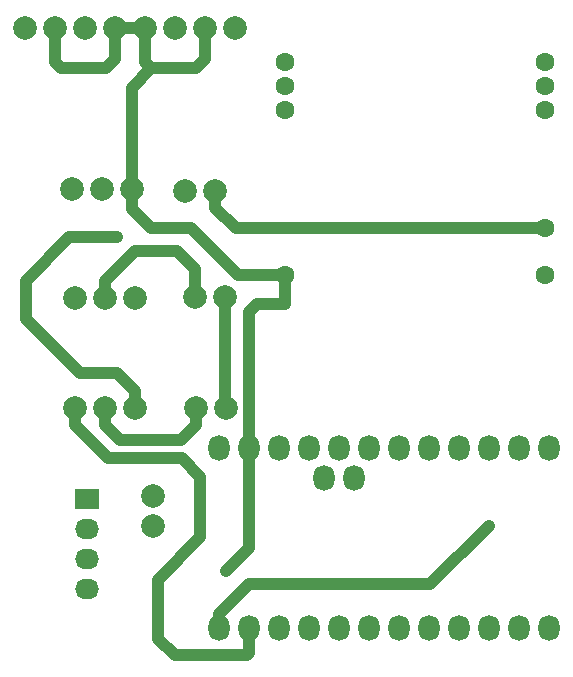
<source format=gbr>
G04 #@! TF.GenerationSoftware,KiCad,Pcbnew,(5.0.2)-1*
G04 #@! TF.CreationDate,2019-04-16T09:03:41+02:00*
G04 #@! TF.ProjectId,V2,56322e6b-6963-4616-945f-706362585858,rev?*
G04 #@! TF.SameCoordinates,Original*
G04 #@! TF.FileFunction,Copper,L2,Bot*
G04 #@! TF.FilePolarity,Positive*
%FSLAX46Y46*%
G04 Gerber Fmt 4.6, Leading zero omitted, Abs format (unit mm)*
G04 Created by KiCad (PCBNEW (5.0.2)-1) date 16/04/2019 9:03:41*
%MOMM*%
%LPD*%
G01*
G04 APERTURE LIST*
G04 #@! TA.AperFunction,ComponentPad*
%ADD10O,1.800000X2.199640*%
G04 #@! TD*
G04 #@! TA.AperFunction,ComponentPad*
%ADD11C,1.600000*%
G04 #@! TD*
G04 #@! TA.AperFunction,ComponentPad*
%ADD12C,2.000000*%
G04 #@! TD*
G04 #@! TA.AperFunction,ComponentPad*
%ADD13R,2.032000X1.727200*%
G04 #@! TD*
G04 #@! TA.AperFunction,ComponentPad*
%ADD14O,2.032000X1.727200*%
G04 #@! TD*
G04 #@! TA.AperFunction,ViaPad*
%ADD15C,1.000000*%
G04 #@! TD*
G04 #@! TA.AperFunction,Conductor*
%ADD16C,1.000000*%
G04 #@! TD*
G04 #@! TA.AperFunction,Conductor*
%ADD17C,0.250000*%
G04 #@! TD*
G04 APERTURE END LIST*
D10*
G04 #@! TO.P,ARDUINO,12*
G04 #@! TO.N,RX_XBEE*
X130302000Y-94132400D03*
G04 #@! TO.P,ARDUINO,11*
G04 #@! TO.N,RX_ARDUINO*
X132842000Y-94132400D03*
G04 #@! TO.P,ARDUINO,10*
G04 #@! TO.N,Net-(U2-Pad10)*
X135382000Y-94132400D03*
G04 #@! TO.P,ARDUINO,9*
G04 #@! TO.N,Net-(U2-Pad9)*
X137922000Y-94132400D03*
G04 #@! TO.P,ARDUINO,8*
G04 #@! TO.N,Net-(U2-Pad8)*
X140462000Y-94132400D03*
G04 #@! TO.P,ARDUINO,7*
G04 #@! TO.N,Net-(U2-Pad7)*
X143002000Y-94132400D03*
G04 #@! TO.P,ARDUINO,6*
G04 #@! TO.N,Net-(U2-Pad6)*
X145542000Y-94132400D03*
G04 #@! TO.P,ARDUINO,5*
G04 #@! TO.N,SENS_DATA*
X148082000Y-94132400D03*
G04 #@! TO.P,ARDUINO,4*
G04 #@! TO.N,Net-(U2-Pad4)*
X150622000Y-94132400D03*
G04 #@! TO.P,ARDUINO,3*
G04 #@! TO.N,Net-(U2-Pad3)*
X153162000Y-94132400D03*
G04 #@! TO.P,ARDUINO,2*
G04 #@! TO.N,Net-(U2-Pad2)*
X155702000Y-94132400D03*
G04 #@! TO.P,ARDUINO,1*
G04 #@! TO.N,Net-(U2-Pad1)*
X158242000Y-94132400D03*
G04 #@! TO.P,ARDUINO,24*
G04 #@! TO.N,Net-(U2-Pad24)*
X158242000Y-78892400D03*
G04 #@! TO.P,ARDUINO,23*
G04 #@! TO.N,Net-(U2-Pad23)*
X155702000Y-78892400D03*
G04 #@! TO.P,ARDUINO,22*
G04 #@! TO.N,Net-(U2-Pad22)*
X153162000Y-78892400D03*
G04 #@! TO.P,ARDUINO,21*
G04 #@! TO.N,Net-(U2-Pad21)*
X150622000Y-78892400D03*
G04 #@! TO.P,ARDUINO,20*
G04 #@! TO.N,Net-(U2-Pad20)*
X148082000Y-78892400D03*
G04 #@! TO.P,ARDUINO,19*
G04 #@! TO.N,Net-(U2-Pad19)*
X145542000Y-78892400D03*
G04 #@! TO.P,ARDUINO,18*
G04 #@! TO.N,Net-(U2-Pad18)*
X143002000Y-78892400D03*
G04 #@! TO.P,ARDUINO,17*
G04 #@! TO.N,Net-(U2-Pad17)*
X140462000Y-78892400D03*
G04 #@! TO.P,ARDUINO,16*
G04 #@! TO.N,3.7V_OUT-T*
X137922000Y-78892400D03*
G04 #@! TO.P,ARDUINO,15*
G04 #@! TO.N,Net-(U2-Pad15)*
X135382000Y-78892400D03*
G04 #@! TO.P,ARDUINO,14*
G04 #@! TO.N,GND*
X132842000Y-78892400D03*
G04 #@! TO.P,ARDUINO,13*
G04 #@! TO.N,Net-(U2-Pad13)*
X130302000Y-78892400D03*
G04 #@! TO.P,ARDUINO,25*
G04 #@! TO.N,Net-(U2-Pad25)*
X141732000Y-81432400D03*
G04 #@! TO.P,ARDUINO,26*
G04 #@! TO.N,Net-(U2-Pad26)*
X139192000Y-81432400D03*
G04 #@! TD*
D11*
G04 #@! TO.P,XBEE,1*
G04 #@! TO.N,3.7V*
X135890000Y-46228000D03*
G04 #@! TO.P,XBEE,2*
G04 #@! TO.N,TX_XBEE*
X135890000Y-48228000D03*
G04 #@! TO.P,XBEE,3*
G04 #@! TO.N,RX_XBEE*
X135890000Y-50228000D03*
G04 #@! TO.P,XBEE,4*
G04 #@! TO.N,GND*
X135890000Y-64228000D03*
G04 #@! TO.P,XBEE,5*
G04 #@! TO.N,Net-(U4-Pad5)*
X157890000Y-46228000D03*
G04 #@! TO.P,XBEE,6*
G04 #@! TO.N,Net-(U4-Pad6)*
X157890000Y-48228000D03*
G04 #@! TO.P,XBEE,7*
G04 #@! TO.N,Net-(U4-Pad7)*
X157890000Y-50228000D03*
G04 #@! TO.P,XBEE,8*
G04 #@! TO.N,PINOUT_TRANSISTOR*
X157890000Y-60228000D03*
G04 #@! TO.P,XBEE,9*
G04 #@! TO.N,Net-(U4-Pad9)*
X157890000Y-64228000D03*
G04 #@! TD*
D12*
G04 #@! TO.P,BATERIA,1*
G04 #@! TO.N,3.7V*
X113893600Y-43281600D03*
G04 #@! TO.P,BATERIA,2*
G04 #@! TO.N,GND*
X116433600Y-43281600D03*
G04 #@! TO.P,BATERIA,3*
G04 #@! TO.N,3.7V*
X118973600Y-43281600D03*
G04 #@! TO.P,BATERIA,4*
G04 #@! TO.N,GND*
X121513600Y-43281600D03*
G04 #@! TO.P,BATERIA,5*
X124053600Y-43281600D03*
G04 #@! TO.P,BATERIA,6*
G04 #@! TO.N,3.7V*
X126593600Y-43281600D03*
G04 #@! TO.P,BATERIA,7*
G04 #@! TO.N,GND*
X129133600Y-43281600D03*
G04 #@! TO.P,BATERIA,8*
G04 #@! TO.N,3.7V*
X131673600Y-43281600D03*
G04 #@! TD*
G04 #@! TO.P,2N,3*
G04 #@! TO.N,3.7V_OUT-T*
X123139200Y-66141600D03*
G04 #@! TO.P,2N,2*
G04 #@! TO.N,Net-(U10-Pad2)*
X120599200Y-66141600D03*
G04 #@! TO.P,2N,1*
G04 #@! TO.N,3.7V*
X118059200Y-66141600D03*
G04 #@! TD*
D13*
G04 #@! TO.P,DHT,1*
G04 #@! TO.N,3.7V*
X119075200Y-83159600D03*
D14*
G04 #@! TO.P,DHT,2*
G04 #@! TO.N,SENS_DATA*
X119075200Y-85699600D03*
G04 #@! TO.P,DHT,3*
G04 #@! TO.N,Net-(TH1-Pad3)*
X119075200Y-88239600D03*
G04 #@! TO.P,DHT,4*
G04 #@! TO.N,GND*
X119075200Y-90779600D03*
G04 #@! TD*
D12*
G04 #@! TO.P,R100,1*
G04 #@! TO.N,Net-(U10-Pad2)*
X128270000Y-66090800D03*
G04 #@! TO.P,R100,2*
G04 #@! TO.N,Salida_2T*
X130810000Y-66090800D03*
G04 #@! TD*
G04 #@! TO.P,R1,1*
G04 #@! TO.N,Net-(U7-Pad1)*
X128320800Y-75488800D03*
G04 #@! TO.P,R1,2*
G04 #@! TO.N,Salida_2T*
X130860800Y-75488800D03*
G04 #@! TD*
G04 #@! TO.P,R100,2*
G04 #@! TO.N,PINOUT_TRANSISTOR*
X129981600Y-57099200D03*
G04 #@! TO.P,R100,1*
G04 #@! TO.N,Net-(U5-Pad1)*
X127441600Y-57099200D03*
G04 #@! TD*
G04 #@! TO.P, R10K,1*
G04 #@! TO.N,3.7V*
X124714000Y-82956400D03*
G04 #@! TO.P, R10K,2*
G04 #@! TO.N,SENS_DATA*
X124714000Y-85496400D03*
G04 #@! TD*
G04 #@! TO.P,BC,1*
G04 #@! TO.N,Salida_2T*
X117856000Y-56946800D03*
G04 #@! TO.P,BC,2*
G04 #@! TO.N,Net-(U5-Pad1)*
X120396000Y-56946800D03*
G04 #@! TO.P,BC,3*
G04 #@! TO.N,GND*
X122936000Y-56946800D03*
G04 #@! TD*
G04 #@! TO.P,2N,1*
G04 #@! TO.N,TX_XBEE*
X123139200Y-75488800D03*
G04 #@! TO.P,2N,2*
G04 #@! TO.N,Net-(U7-Pad1)*
X120599200Y-75488800D03*
G04 #@! TO.P,2N,3*
G04 #@! TO.N,RX_ARDUINO*
X118059200Y-75488800D03*
G04 #@! TD*
D15*
G04 #@! TO.N,GND*
X130911600Y-89281000D03*
G04 #@! TO.N,TX_XBEE*
X121641600Y-61016000D03*
G04 #@! TO.N,RX_XBEE*
X153136600Y-85471000D03*
G04 #@! TD*
D16*
G04 #@! TO.N,GND*
X132842000Y-78692580D02*
X132842000Y-78892400D01*
X135890000Y-64228000D02*
X131893600Y-64228000D01*
X132842000Y-78892400D02*
X132842000Y-87350600D01*
X132842000Y-87350600D02*
X130911600Y-89281000D01*
X130911600Y-89281000D02*
X130911600Y-89281000D01*
X121513600Y-45974000D02*
X121513600Y-43281600D01*
X120751600Y-46736000D02*
X121513600Y-45974000D01*
X116941600Y-46736000D02*
X120751600Y-46736000D01*
X116433600Y-43281600D02*
X116433600Y-46228000D01*
X116433600Y-46228000D02*
X116941600Y-46736000D01*
X121513600Y-43281600D02*
X124053600Y-43281600D01*
X129133600Y-43281600D02*
X129133600Y-45974000D01*
X129133600Y-45974000D02*
X128371600Y-46736000D01*
X128371600Y-46736000D02*
X124561600Y-46736000D01*
X124053600Y-46228000D02*
X124053600Y-43281600D01*
X124561600Y-46736000D02*
X124053600Y-46228000D01*
X122936000Y-48361600D02*
X124561600Y-46736000D01*
X122936000Y-56946800D02*
X122936000Y-48361600D01*
X122936000Y-56946800D02*
X122936000Y-58650400D01*
X122936000Y-58650400D02*
X124541600Y-60256000D01*
X127921600Y-60256000D02*
X131893600Y-64228000D01*
X124541600Y-60256000D02*
X127921600Y-60256000D01*
X132842000Y-78892400D02*
X132842000Y-67315600D01*
X132842000Y-67315600D02*
X133501600Y-66656000D01*
X133501600Y-66656000D02*
X135831600Y-66656000D01*
X135890000Y-66597600D02*
X135890000Y-64228000D01*
X135831600Y-66656000D02*
X135890000Y-66597600D01*
G04 #@! TO.N,TX_XBEE*
X123139200Y-75488800D02*
X123139200Y-74074587D01*
X121600613Y-72536000D02*
X118531600Y-72536000D01*
X123139200Y-74074587D02*
X121600613Y-72536000D01*
X118531600Y-72536000D02*
X113911600Y-67916000D01*
X113911600Y-67916000D02*
X113911600Y-64716000D01*
X113911600Y-64716000D02*
X117611600Y-61016000D01*
X117611600Y-61016000D02*
X121641600Y-61016000D01*
X121641600Y-61016000D02*
X121641600Y-61016000D01*
D17*
G04 #@! TO.N,RX_XBEE*
X130302000Y-93932580D02*
X130302000Y-94132400D01*
D16*
X153136600Y-85471000D02*
X153136600Y-85471000D01*
X130302000Y-92916400D02*
X132792400Y-90426000D01*
X130302000Y-94132400D02*
X130302000Y-92916400D01*
X148181600Y-90426000D02*
X153136600Y-85471000D01*
X132792400Y-90426000D02*
X148181600Y-90426000D01*
G04 #@! TO.N,PINOUT_TRANSISTOR*
X157890000Y-60228000D02*
X133110400Y-60228000D01*
X131696187Y-60228000D02*
X133110400Y-60228000D01*
X129981600Y-58513413D02*
X131696187Y-60228000D01*
X129981600Y-57099200D02*
X129981600Y-58513413D01*
G04 #@! TO.N,Net-(U7-Pad1)*
X128320800Y-76903013D02*
X128320800Y-75488800D01*
X127027813Y-78196000D02*
X128320800Y-76903013D01*
X121892187Y-78196000D02*
X127027813Y-78196000D01*
X120599200Y-76903013D02*
X121892187Y-78196000D01*
X120599200Y-75488800D02*
X120599200Y-76903013D01*
G04 #@! TO.N,RX_ARDUINO*
X132842000Y-94332220D02*
X132842000Y-94132400D01*
X118059200Y-76903013D02*
X118059200Y-75488800D01*
X128701990Y-81336390D02*
X127121600Y-79756000D01*
X128701990Y-86445610D02*
X128701990Y-81336390D01*
X132842000Y-96232220D02*
X132681600Y-96392620D01*
X127121600Y-79756000D02*
X120912187Y-79756000D01*
X132842000Y-94132400D02*
X132842000Y-96232220D01*
X132681600Y-96392620D02*
X126518220Y-96392620D01*
X120912187Y-79756000D02*
X118059200Y-76903013D01*
X126518220Y-96392620D02*
X125131600Y-95006000D01*
X125131600Y-95006000D02*
X125131600Y-90016000D01*
X125131600Y-90016000D02*
X128701990Y-86445610D01*
G04 #@! TO.N,Net-(U10-Pad2)*
X128270000Y-63688128D02*
X128270000Y-66090800D01*
X126737862Y-62155990D02*
X128270000Y-63688128D01*
X123170597Y-62155990D02*
X126737862Y-62155990D01*
X120599200Y-64727387D02*
X123170597Y-62155990D01*
X120599200Y-66141600D02*
X120599200Y-64727387D01*
G04 #@! TO.N,Salida_2T*
X130810000Y-75438000D02*
X130860800Y-75488800D01*
X130810000Y-66090800D02*
X130810000Y-75438000D01*
G04 #@! TD*
M02*

</source>
